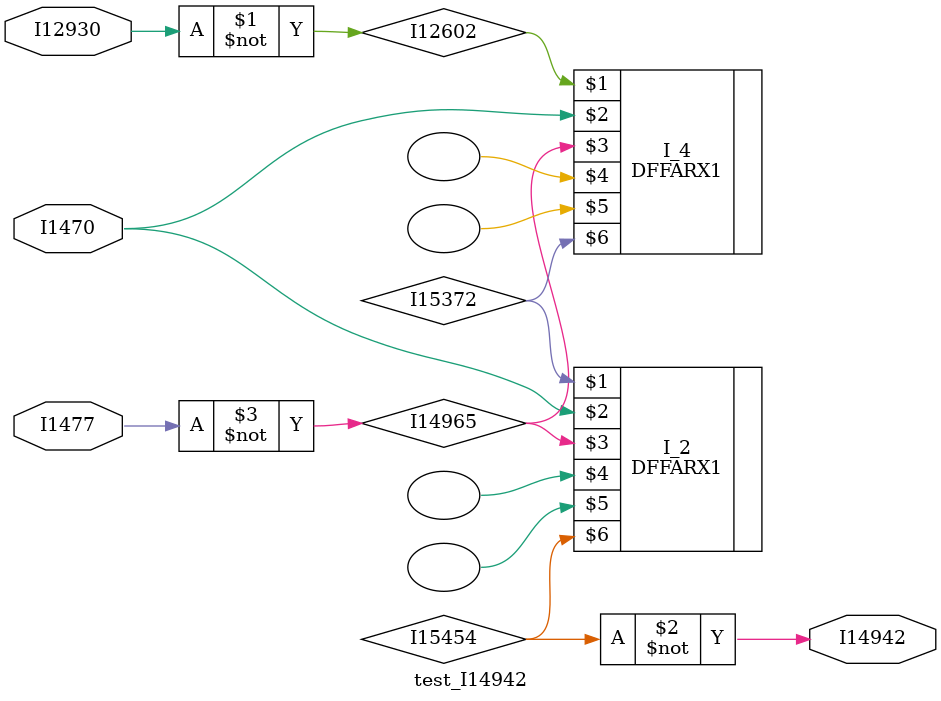
<source format=v>
module test_I14942(I12930,I1477,I1470,I14942);
input I12930,I1477,I1470;
output I14942;
wire I12602,I15454,I14965,I15372;
not I_0(I12602,I12930);
not I_1(I14942,I15454);
DFFARX1 I_2(I15372,I1470,I14965,,,I15454,);
not I_3(I14965,I1477);
DFFARX1 I_4(I12602,I1470,I14965,,,I15372,);
endmodule



</source>
